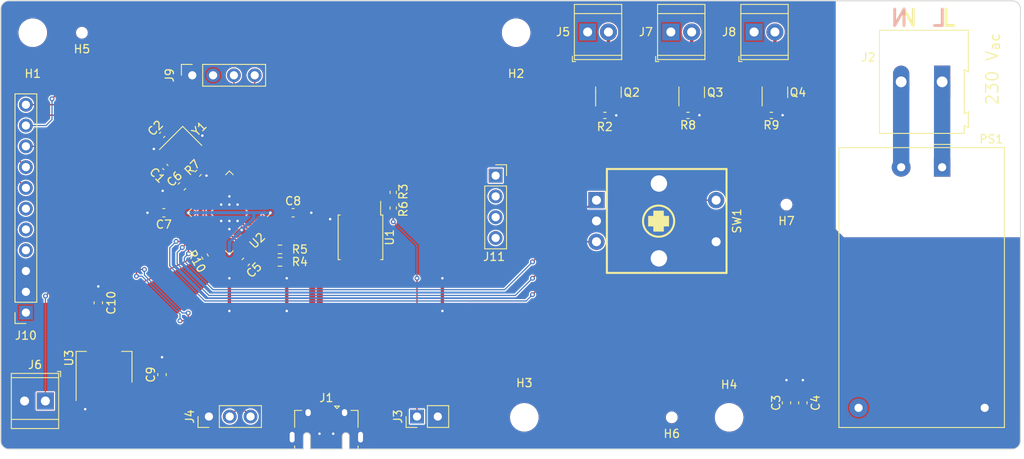
<source format=kicad_pcb>
(kicad_pcb (version 20221018) (generator pcbnew)
  (layers (0 "F.Cu" signal) (31 "B.Cu" signal) (34 "B.Paste" user) (35 "F.Paste" user) (36 "B.SilkS" user "B.Silkscreen") (37 "F.SilkS" user "F.Silkscreen") (38 "B.Mask" user) (39 "F.Mask" user) (44 "Edge.Cuts" user))
  (net 0 "")
  (net 1 "GND")
  (net 2 "Net-(U2-XIN)")
  (net 3 "Net-(C2-Pad2)")
  (net 4 "+5V")
  (net 5 "+1V1")
  (net 6 "+3V3")
  (net 8 "Net-(J2-Pin_2)")
  (net 9 "/tsense")
  (net 10 "Net-(J2-Pin_1)")
  (net 11 "/d_usb-")
  (net 12 "/d_usb+")
  (net 13 "Net-(J3-Pin_1)")
  (net 14 "/scl")
  (net 15 "/sda")
  (net 17 "/tft_sclk")
  (net 18 "/tft_mosi")
  (net 19 "/tft_rs")
  (net 20 "/tft_rst")
  (net 21 "/tft_cs")
  (net 24 "/flash_ss")
  (net 25 "Net-(J5-Pin_2)")
  (net 26 "/usb+")
  (net 27 "/usb-")
  (net 28 "/re_a")
  (net 29 "/re_b")
  (net 30 "/re_sw")
  (net 31 "Net-(U2-XOUT)")
  (net 40 "/flash_dio3")
  (net 41 "/flash_sclk")
  (net 42 "/flash_dio0")
  (net 43 "/flash_dio2")
  (net 44 "/flash_dio1")
  (net 46 "/swdio")
  (net 47 "/swdclk")
  (net 57 "Net-(J7-Pin_2)")
  (net 58 "Net-(J8-Pin_2)")
  (net 59 "/PWM_{3}")
  (net 60 "/PWM_{2}")
  (net 61 "/PWM_{1}")
  (footprint "Connector_PinSocket_2.54mm:PinSocket_1x11_P2.54mm_Vertical" (layer "F.Cu") (at 41.16 76.2 180)
    (fp_text reference "J10")
    (fp_text value "TFT" hide)
  )
  (footprint "MountingHole:MountingHole_3.2mm_M3" (layer "F.Cu") (at 102 89)
    (fp_text reference "H3")
    (fp_text value "M3" hide)
  )
  (footprint "Connector_PinHeader_2.54mm:PinHeader_1x02_P2.54mm_Vertical" (layer "F.Cu") (at 88.9 88.9 90)
    (fp_text reference "J3")
    (fp_text value "bootsel" hide)
  )
  (footprint "Resistor_SMD:R_0402_1005Metric" (layer "F.Cu") (at 86 61.51 -90)
    (fp_text reference "R3")
    (fp_text value "47k" hide)
  )
  (footprint "TerminalBlock_TE-Connectivity:TerminalBlock_TE_282834-2_1x02_P2.54mm_Horizontal" (layer "F.Cu") (at 119.888 41.91)
    (fp_text reference "J7")
    (fp_text value "+pwm3-" hide)
  )
  (footprint "MountingHole:MountingHole_3.2mm_M3" (layer "F.Cu") (at 101 42)
    (fp_text reference "H2")
    (fp_text value "M3" hide)
  )
  (footprint "Resistor_SMD:R_0402_1005Metric" (layer "F.Cu") (at 121.985 52.1)
    (fp_text reference "R8")
    (fp_text value "47k" hide)
  )
  (footprint "Capacitor_SMD:C_0603_1608Metric" (layer "F.Cu") (at 58 64 180)
    (fp_text reference "C7")
    (fp_text value "22u" hide)
  )
  (footprint "Resistor_SMD:R_0603_1608Metric" (layer "F.Cu") (at 72.175 68.475 180)
    (fp_text reference "R5")
    (fp_text value "27" hide)
  )
  (footprint "Capacitor_SMD:C_0603_1608Metric" (layer "F.Cu") (at 73.775 64)
    (fp_text reference "C8")
    (fp_text value "22u" hide)
  )
  (footprint "Converter_ACDC:Converter_ACDC_HiLink_HLK-PMxx" (layer "F.Cu") (at 153 58.4375 -90)
    (fp_text reference "PS1")
    (fp_text value "HLK-PM01" hide)
  )
  (footprint "Connector_PinSocket_2.54mm:PinSocket_1x04_P2.54mm_Vertical" (layer "F.Cu") (at 98.5 59.46)
    (fp_text reference "J11")
    (fp_text value "SDCard" hide)
  )
  (footprint "Barbecue:ToolingHole" (layer "F.Cu") (at 134 63)
    (fp_text reference "H7")
    (fp_text value "Tooling" hide)
  )
  (footprint "Package_TO_SOT_SMD:SOT-23" (layer "F.Cu") (at 132.588 49.276 90)
    (fp_text reference "Q4")
    (fp_text value "AO3400A" hide)
  )
  (footprint "TerminalBlock_TE-Connectivity:TerminalBlock_TE_282834-2_1x02_P2.54mm_Horizontal" (layer "F.Cu") (at 130.048 41.91)
    (fp_text reference "J8")
    (fp_text value "+pwm3-" hide)
  )
  (footprint "Capacitor_SMD:C_0603_1608Metric" (layer "F.Cu") (at 134 87.225 90)
    (fp_text reference "C3")
    (fp_text value "22u" hide)
  )
  (footprint "Capacitor_SMD:C_0402_1005Metric" (layer "F.Cu") (at 57.789411 54.485589 45)
    (fp_text reference "C2")
    (fp_text value "30p" hide)
  )
  (footprint "Capacitor_SMD:C_0603_1608Metric" (layer "F.Cu") (at 68 70 -135)
    (fp_text reference "C5")
    (fp_text value "22u" hide)
  )
  (footprint "Package_TO_SOT_SMD:SOT-23" (layer "F.Cu") (at 112.268 49.276 90)
    (fp_text reference "Q2")
    (fp_text value "AO3400A" hide)
  )
  (footprint "Capacitor_SMD:C_0603_1608Metric" (layer "F.Cu") (at 57.775 83.775 90)
    (fp_text reference "C9")
    (fp_text value "22u" hide)
  )
  (footprint "TerminalBlock_TE-Connectivity:TerminalBlock_TE_282834-2_1x02_P2.54mm_Horizontal" (layer "F.Cu") (at 109.728 41.91)
    (fp_text reference "J5")
    (fp_text value "+pwm3-" hide)
  )
  (footprint "Resistor_SMD:R_0402_1005Metric" (layer "F.Cu") (at 63.025 69.35 120)
    (fp_text reference "R10")
    (fp_text value "10k" hide)
  )
  (footprint "Package_DFN_QFN:QFN-56-1EP_7x7mm_P0.4mm_EP3.2x3.2mm" (layer "F.Cu") (at 66 64 -135)
    (fp_text reference "U2")
    (fp_text value "RP2040" hide)
  )
  (footprint "Resistor_SMD:R_0402_1005Metric" (layer "F.Cu") (at 62.185624 59.164376 -135)
    (fp_text reference "R7")
    (fp_text value "1k" hide)
  )
  (footprint "Capacitor_SMD:C_0603_1608Metric" (layer "F.Cu") (at 60.201992 60.773008 -135)
    (fp_text reference "C6")
    (fp_text value "22u" hide)
  )
  (footprint "Barbecue:USB_Micro-AB_Molex_47590-0001" (layer "F.Cu") (at 77.835 91.42)
    (fp_text reference "J1")
    (fp_text value " 47590-0001 " hide)
    (fp_line (start -5.1 1.45) (end -2.8 1.45) (stroke (width 0.1)) (layer "Edge.Cuts"))
    (fp_line (start -2.8 1.45) (end -2.8 -0.125) (stroke (width 0.1)) (layer "Edge.Cuts"))
    (fp_line (start -1.95 -0.125) (end -1.95 1.45) (stroke (width 0.1)) (layer "Edge.Cuts"))
    (fp_line (start -1.95 1.45) (end 1.95 1.45) (stroke (width 0.1)) (layer "Edge.Cuts"))
    (fp_line (start 1.95 1.45) (end 1.95 -0.125) (stroke (width 0.1)) (layer "Edge.Cuts"))
    (fp_line (start 2.8 -0.125) (end 2.8 1.45) (stroke (width 0.1)) (layer "Edge.Cuts"))
    (fp_line (start 2.8 1.45) (end 5.1 1.45) (stroke (width 0.1)) (layer "Edge.Cuts"))
    (fp_arc (start -2.8 -0.125) (mid -2.375 -0.55) (end -1.95 -0.125) (stroke (width 0.1)) (layer "Edge.Cuts"))
    (fp_arc (start 1.95 -0.125) (mid 2.375 -0.55) (end 2.8 -0.125) (stroke (width 0.1)) (layer "Edge.Cuts"))
  )
  (footprint "Resistor_SMD:R_0603_1608Metric" (layer "F.Cu") (at 72.175 70 180)
    (fp_text reference "R4")
    (fp_text value "27" hide)
  )
  (footprint "Barbecue:ToolingHole" (layer "F.Cu") (at 48 42)
    (fp_text reference "H5")
    (fp_text value "Tooling" hide)
  )
  (footprint "MountingHole:MountingHole_3.2mm_M3" (layer "F.Cu") (at 42 42)
    (fp_text reference "H1")
    (fp_text value "M3" hide)
  )
  (footprint "Crystal:Crystal_SMD_3225-4Pin_3.2x2.5mm" (layer "F.Cu") (at 60.051777 56.021142 -135)
    (fp_text reference "Y1")
    (fp_text value "X322512MSB4SI" hide)
  )
  (footprint "TerminalBlock_TE-Connectivity:TerminalBlock_TE_282834-2_1x02_P2.54mm_Horizontal" (layer "F.Cu") (at 43.54 87 180)
    (fp_text reference "J6")
    (fp_text value "R_{ntc}" hide)
  )
  (footprint "Resistor_SMD:R_0402_1005Metric" (layer "F.Cu") (at 111.835 52.1)
    (fp_text reference "R2")
    (fp_text value "47k" hide)
  )
  (footprint "MountingHole:MountingHole_3.2mm_M3" (layer "F.Cu") (at 127 89)
    (fp_text reference "H4")
    (fp_text value "M3" hide)
  )
  (footprint "Package_SO:SOIC-8_5.23x5.23mm_P1.27mm" (layer "F.Cu") (at 82 67 -90)
    (fp_text reference "U1")
    (fp_text value "W25Q128JVS" hide)
  )
  (footprint "Capacitor_SMD:C_0402_1005Metric" (layer "F.Cu") (at 58.185589 58.410589 -45)
    (fp_text reference "C1")
    (fp_text value "30p" hide)
  )
  (footprint "Connector_PinHeader_2.54mm:PinHeader_1x03_P2.54mm_Vertical" (layer "F.Cu") (at 63.5 88.9 90)
    (fp_text reference "J4")
    (fp_text value "gnd clk swd" hide)
  )
  (footprint "Package_TO_SOT_SMD:SOT-223-3_TabPin2" (layer "F.Cu") (at 50.7 82.85 90)
    (fp_text reference "U3")
    (fp_text value "AMS1117-3.3" hide)
  )
  (footprint "Barbecue:EN11-HSM1AF15" (layer "F.Cu") (at 118.428 65 -90)
    (fp_text reference "SW1")
    (fp_text value "EN11-HSM1AF15" hide)
  )
  (footprint "Resistor_SMD:R_0402_1005Metric" (layer "F.Cu") (at 86 63.425 90)
    (fp_text reference "R6")
    (fp_text value "1k" hide)
  )
  (footprint "Capacitor_SMD:C_0603_1608Metric" (layer "F.Cu") (at 136 87.225 90)
    (fp_text reference "C4")
    (fp_text value "22u" hide)
  )
  (footprint "Capacitor_SMD:C_0603_1608Metric" (layer "F.Cu") (at 50 75 90)
    (fp_text reference "C10")
    (fp_text value "22u" hide)
  )
  (footprint "Barbecue:ToolingHole" (layer "F.Cu") (at 120 89)
    (fp_text reference "H6")
    (fp_text value "Tooling" hide)
  )
  (footprint "Package_TO_SOT_SMD:SOT-23" (layer "F.Cu") (at 122.428 49.276 90)
    (fp_text reference "Q3")
    (fp_text value "AO3400A" hide)
  )
  (footprint "Connector_PinSocket_2.54mm:PinSocket_1x04_P2.54mm_Vertical" (layer "F.Cu") (at 61.47 47.2 90)
    (fp_text reference "J9")
    (fp_text value "OLED" hide)
  )
  (footprint "Resistor_SMD:R_0402_1005Metric" (layer "F.Cu") (at 132.16 52.1)
    (fp_text reference "R9")
    (fp_text value "47k" hide)
  )
  (footprint "TerminalBlock:TerminalBlock_Altech_AK300-2_P5.00mm" (layer "F.Cu") (at 148 48)
    (fp_text reference "J2")
    (fp_text value "Screw_Terminal_01x02" hide)
  )
  (gr_line (start 82.935 92.87) (end 161.549999 92.869999) (stroke (width 0.1)) (layer "Edge.Cuts"))
  (gr_line (start 162.559999 39.100001) (end 162.549999 91.869999) (stroke (width 0.1)) (layer "Edge.Cuts"))
  (gr_line (start 38.100001 91.869999) (end 38.1 39.1) (stroke (width 0.1)) (layer "Edge.Cuts"))
  (gr_arc (start 162.549999 91.869999) (mid 162.257106 92.577106) (end 161.549999 92.869999) (stroke (width 0.1)) (layer "Edge.Cuts"))
  (gr_arc (start 39.100001 92.869999) (mid 38.392894 92.577106) (end 38.100001 91.869999) (stroke (width 0.1)) (layer "Edge.Cuts"))
  (gr_arc (start 38.1 39.1) (mid 38.392893 38.392893) (end 39.1 38.1) (stroke (width 0.1)) (layer "Edge.Cuts"))
  (gr_line (start 39.1 38.1) (end 161.559999 38.100001) (stroke (width 0.1)) (layer "Edge.Cuts"))
  (gr_line (start 72.735 92.87) (end 39.100001 92.869999) (stroke (width 0.1)) (layer "Edge.Cuts"))
  (gr_arc (start 161.559999 38.100001) (mid 162.267106 38.392894) (end 162.559999 39.100001) (stroke (width 0.1)) (layer "Edge.Cuts"))
  (gr_text "L  N" (at 153.725 41.375) (layer "B.SilkS") (effects (font (size 2 2) (thickness 0.35) bold) (justify left bottom mirror)))
  (gr_text "N  L" (at 147.625 41.375) (layer "F.SilkS") (effects (font (size 2 2) (thickness 0.35) bold) (justify left bottom)))
  (gr_text "230 V_{ac}" (at 160 51 90) (layer "F.SilkS") (effects (font (size 1.5 1.5)) (justify left bottom)))
  (segment (start 48.4 88) (end 48.4 86) (width 0.4) (layer "F.Cu") (net 1))
  (segment (start 56.777081 57.002081) (end 56.777081 56.197919) (width 0.15) (layer "F.Cu") (net 1))
  (segment (start 76.535 88.745) (end 75.935 88.745) (width 0.4) (layer "F.Cu") (net 1))
  (segment (start 50 74.225) (end 50 73) (width 0.4) (layer "F.Cu") (net 1))
  (segment (start 66 76) (end 66 72) (width 0.4) (layer "F.Cu") (net 1))
  (segment (start 63.201287 59.787074) (end 64.276427 60.862214) (width 0.2) (layer "F.Cu") (net 1))
  (segment (start 123.378 52.072) (end 123.375 52.075) (width 0.4) (layer "F.Cu") (net 1))
  (segment (start 57.853984 61.321016) (end 59.653984 61.321016) (width 0.2) (layer "F.Cu") (net 1))
  (segment (start 67.451992 70.548008) (end 66 72) (width 0.2) (layer "F.Cu") (net 1))
  (segment (start 57.775 81.65) (end 57.775 83) (width 0.4) (layer "F.Cu") (net 1))
  (segment (start 57.846178 58.071178) (end 56.777081 57.002081) (width 0.15) (layer "F.Cu") (net 1))
  (segment (start 134 86.45) (end 134 84.45) (width 0.4) (layer "F.Cu") (net 1))
  (segment (start 136 86.45) (end 136 84.45) (width 0.4) (layer "F.Cu") (net 1))
  (segment (start 57.45 64) (end 56 64) (width 0.4) (layer "F.Cu") (net 1))
  (segment (start 122.495 52.1) (end 123.35 52.1) (width 0.4) (layer "F.Cu") (net 1))
  (segment (start 80.095 63.4) (end 79.15 63.4) (width 0.2) (layer "F.Cu") (net 1))
  (segment (start 75.935 88.745) (end 75.61 88.42) (width 0.4) (layer "F.Cu") (net 1))
  (segment (start 79.15 63.4) (end 78.3 64.25) (width 0.2) (layer "F.Cu") (net 1))
  (segment (start 56.777081 56.197919) (end 56.777081 55.497919) (width 0.15) (layer "F.Cu") (net 1))
  (segment (start 113.218 50.2135) (end 113.218 52.093) (width 0.4) (layer "F.Cu") (net 1))
  (segment (start 133.5 52.1) (end 133.525 52.075) (width 0.4) (layer "F.Cu") (net 1))
  (segment (start 56.777081 55.497919) (end 57.45 54.825) (width 0.15) (layer "F.Cu") (net 1))
  (segment (start 112.345 52.1) (end 113.225 52.1) (width 0.4) (layer "F.Cu") (net 1))
  (segment (start 132.67 52.1) (end 133.5 52.1) (width 0.4) (layer "F.Cu") (net 1))
  (segment (start 56.777081 56.197919) (end 58.672919 56.197919) (width 0.15) (layer "F.Cu") (net 1))
  (segment (start 123.378 50.2135) (end 123.378 52.072) (width 0.4) (layer "F.Cu") (net 1))
  (segment (start 63.201287 59.462876) (end 63.201287 59.787074) (width 0.2) (layer "F.Cu") (net 1))
  (segment (start 133.538 52.062) (end 133.525 52.075) (width 0.4) (layer "F.Cu") (net 1))
  (segment (start 123.35 52.1) (end 123.375 52.075) (width 0.4) (layer "F.Cu") (net 1))
  (segment (start 92 76) (end 92 72) (width 0.4) (layer "F.Cu") (net 1))
  (segment (start 73 72) (end 73 76) (width 0.4) (layer "F.Cu") (net 1))
  (segment (start 113.218 52.093) (end 113.225 52.1) (width 0.4) (layer "F.Cu") (net 1))
  (segment (start 133.538 50.2135) (end 133.538 52.062) (width 0.4) (layer "F.Cu") (net 1))
  (segment (start 74.55 64) (end 76 64) (width 0.4) (layer "F.Cu") (net 1))
  (segment (start 78.3 64.25) (end 78.3 64.775) (width 0.2) (layer "F.Cu") (net 1))
  (segment (start 61.430635 55.844365) (end 62.7 54.575) (width 0.2) (layer "F.Cu") (net 1))
  (via (at 66 65) (size 0.6) (drill 0.3) (layers "F.Cu" "B.Cu") (net 1))
  (via (at 57.853984 61.321016) (size 0.6) (drill 0.3) (layers "F.Cu" "B.Cu") (net 1))
  (via (at 136 84.45) (size 0.6) (drill 0.3) (layers "F.Cu" "B.Cu") (net 1))
  (via (at 66 66) (size 0.6) (drill 0.3) (layers "F.Cu" "B.Cu") (net 1))
  (via (at 113.225 52.1) (size 0.6) (drill 0.3) (layers "F.Cu" "B.Cu") (net 1))
  (via (at 123.375 52.075) (size 0.6) (drill 0.3) (layers "F.Cu" "B.Cu") (net 1))
  (via (at 134 84.45) (size 0.6) (drill 0.3) (layers "F.Cu" "B.Cu") (net 1))
  (via (at 56 64) (size 0.6) (drill 0.3) (layers "F.Cu" "B.Cu") (net 1))
  (via (at 76 64) (size 0.6) (drill 0.3) (layers "F.Cu" "B.Cu") (net 1))
  (via (at 67 63) (size 0.6) (drill 0.3) (layers "F.Cu" "B.Cu") (net 1))
  (via (at 62.7 54.575) (size 0.6) (drill 0.3) (layers "F.Cu" "B.Cu") (net 1))
  (via (at 66 72) (size 0.6) (drill 0.3) (layers "F.Cu" "B.Cu") (net 1))
  (via (at 92 76) (size 0.6) (drill 0.3) (layers "F.Cu" "B.Cu") (net 1))
  (via (at 73 72) (size 0.6) (drill 0.3) (layers "F.Cu" "B.Cu") (net 1))
  (via (at 65 63) (size 0.6) (drill 0.3) (layers "F.Cu" "B.Cu") (net 1))
  (via (at 66 63) (size 0.6) (drill 0.3) (layers "F.Cu" "B.Cu") (net 1))
  (via (at 92 72) (size 0.6) (drill 0.3) (layers "F.Cu" "B.Cu") (net 1))
  (via (at 77 91) (size 0.6) (drill 0.3) (layers "F.Cu" "B.Cu") (net 1))
  (via (at 73 76) (size 0.6) (drill 0.3) (layers "F.Cu" "B.Cu") (net 1))
  (via (at 57.775 81.65) (size 0.6) (drill 0.3) (layers "F.Cu" "B.Cu") (net 1))
  (via (at 56.777081 56.197919) (size 0.6) (drill 0.3) (layers "F.Cu" "B.Cu") (net 1))
  (via (at 66 62) (size 0.6) (drill 0.3) (layers "F.Cu" "B.Cu") (net 1))
  (via (at 66 76) (size 0.6) (drill 0.3) (layers "F.Cu" "B.Cu") (net 1))
  (via (at 50 73) (size 0.6) (drill 0.3) (layers "F.Cu" "B.Cu") (net 1))
  (via (at 48.4 88) (size 0.6) (drill 0.3) (layers "F.Cu" "B.Cu") (net 1))
  (via (at 65 65) (size 0.6) (drill 0.3) (layers "F.Cu" "B.Cu") (net 1))
  (via (at 67 65) (size 0.6) (drill 0.3) (layers "F.Cu" "B.Cu") (net 1))
  (via (at 78.675 91) (size 0.6) (drill 0.3) (layers "F.Cu" "B.Cu") (net 1))
  (via (at 78.3 64.775) (size 0.6) (drill 0.3) (layers "F.Cu" "B.Cu") (net 1))
  (via (at 63.201287 59.462876) (size 0.6) (drill 0.3) (layers "F.Cu" "B.Cu") (net 1))
  (via (at 133.525 52.075) (size 0.6) (drill 0.3) (layers "F.Cu" "B.Cu") (net 1))
  (segment (start 62.725 59.682539) (end 62.725 59.876471) (width 0.15) (layer "F.Cu") (net 2))
  (segment (start 62.725 59.876471) (end 63.993585 61.145056) (width 0.15) (layer "F.Cu") (net 2))
  (segment (start 61.692461 58.65) (end 62.725 59.682539) (width 0.15) (layer "F.Cu") (net 2))
  (segment (start 58.525 58.75) (end 59.875 57.4) (width 0.15) (layer "F.Cu") (net 2))
  (segment (start 59.875 57.4) (end 61.125 58.65) (width 0.15) (layer "F.Cu") (net 2))
  (segment (start 61.125 58.65) (end 61.692461 58.65) (width 0.15) (layer "F.Cu") (net 2))
  (segment (start 58.15034 54.146178) (end 59.4375 55.433338) (width 0.15) (layer "F.Cu") (net 3))
  (segment (start 62.546248 58.803752) (end 62.05 58.307504) (width 0.15) (layer "F.Cu") (net 3))
  (segment (start 58.128822 54.146178) (end 58.15034 54.146178) (width 0.15) (layer "F.Cu") (net 3))
  (segment (start 59.4375 55.433338) (end 59.4375 55.4375) (width 0.15) (layer "F.Cu") (net 3))
  (segment (start 60.228554 54.642284) (end 59.4375 55.433338) (width 0.15) (layer "F.Cu") (net 3))
  (segment (start 62.05 58.307504) (end 62.05 58.05) (width 0.15) (layer "F.Cu") (net 3))
  (segment (start 62.05 58.05) (end 59.4375 55.4375) (width 0.15) (layer "F.Cu") (net 3))
  (segment (start 62.975 64.35) (end 62.975 63.625) (width 0.2) (layer "F.Cu") (net 5))
  (segment (start 61.675 61.15) (end 60.75 60.225) (width 0.2) (layer "F.Cu") (net 5))
  (segment (start 63.725 62.875) (end 63.725 62.573529) (width 0.2) (layer "F.Cu") (net 5))
  (segment (start 62.975 63.625) (end 63.725 62.875) (width 0.2) (layer "F.Cu") (net 5))
  (segment (start 66.831371 67.376956) (end 66.826956 67.376956) (width 0.2) (layer "F.Cu") (net 5))
  (segment (start 63.725 62.573529) (end 63.145056 61.993585) (width 0.2) (layer "F.Cu") (net 5))
  (segment (start 67.377818 65.4) (end 66.113909 66.663909) (width 0.2) (layer "F.Cu") (net 5))
  (segment (start 68.548008 69.093593) (end 68.548008 69.451992) (width 0.2) (layer "F.Cu") (net 5))
  (segment (start 63.145056 61.993585) (end 62.301471 61.15) (width 0.2) (layer "F.Cu") (net 5))
  (segment (start 62.301471 61.15) (end 61.675 61.15) (width 0.2) (layer "F.Cu") (net 5))
  (segment (start 66.831371 67.376956) (end 67.157887 67.703472) (width 0.2) (layer "F.Cu") (net 5))
  (segment (start 68.572101 66.289258) (end 67.682843 65.4) (width 0.2) (layer "F.Cu") (net 5))
  (segment (start 67.682843 65.4) (end 67.377818 65.4) (width 0.2) (layer "F.Cu") (net 5))
  (segment (start 66.826956 67.376956) (end 66.113909 66.663909) (width 0.2) (layer "F.Cu") (net 5))
  (segment (start 66.15 66.65) (end 65.275 66.65) (width 0.2) (layer "F.Cu") (net 5))
  (segment (start 67.157887 67.703472) (end 68.548008 69.093593) (width 0.2) (layer "F.Cu") (net 5))
  (segment (start 65.275 66.65) (end 62.975 64.35) (width 0.2) (layer "F.Cu") (net 5))
  (segment (start 67.5 66.1) (end 67.817157 66.1) (width 0.15) (layer "F.Cu") (net 6))
  (segment (start 67.5 66.348529) (end 68.006415 66.854944) (width 0.15) (layer "F.Cu") (net 6))
  (segment (start 73 64) (end 71 64) (width 0.4) (layer "F.Cu") (net 6))
  (segment (start 50.7 86) (end 50.7 79.7) (width 1) (layer "F.Cu") (net 6))
  (segment (start 67.817157 66.1) (end 68.289258 66.572101) (width 0.15) (layer "F.Cu") (net 6))
  (segment (start 67.5 66.1) (end 67.5 66.348529) (width 0.15) (layer "F.Cu") (net 6))
  (segment (start 59 64) (end 61 64) (width 0.4) (layer "F.Cu") (net 6))
  (via (at 61 64) (size 0.6) (drill 0.3) (layers "F.Cu" "B.Cu") (net 6))
  (via (at 66 69) (size 0.6) (drill 0.3) (layers "F.Cu" "B.Cu") (net 6))
  (via (at 67.5 66.1) (size 0.6) (drill 0.3) (layers "F.Cu" "B.Cu") (net 6))
  (via (at 71 64) (size 0.6) (drill 0.3) (layers "F.Cu" "B.Cu") (net 6))
  (segment (start 66 69) (end 66 67.6) (width 0.4) (layer "B.Cu") (net 6))
  (segment (start 61 64) (end 68.975 64) (width 0.4) (layer "B.Cu") (net 6))
  (segment (start 68.975 64.625) (end 67.5 66.1) (width 0.4) (layer "B.Cu") (net 6))
  (segment (start 68.975 64) (end 68.975 64.625) (width 0.4) (layer "B.Cu") (net 6))
  (segment (start 68.975 64) (end 71 64) (width 0.4) (layer "B.Cu") (net 6))
  (segment (start 66 67.6) (end 67.5 66.1) (width 0.4) (layer "B.Cu") (net 6))
  (segment (start 153 48) (end 153 58.4375) (width 2) (layer "B.Cu") (net 8))
  (segment (start 64.761269 68.35) (end 62.77 68.908327) (width 0.15) (layer "F.Cu") (net 9))
  (segment (start 43.55 74.175) (end 45.25 72.475) (width 0.15) (layer "F.Cu") (net 9))
  (segment (start 65.124955 67.986314) (end 64.761269 68.35) (width 0.15) (layer "F.Cu") (net 9))
  (segment (start 55.45 72.475) (end 62.77 68.908327) (width 0.15) (layer "F.Cu") (net 9))
  (segment (start 45.25 72.475) (end 55.45 72.475) (width 0.15) (layer "F.Cu") (net 9))
  (via (at 43.55 74.175) (size 0.6) (drill 0.3) (layers "F.Cu" "B.Cu") (net 9))
  (segment (start 43.54 74.185) (end 43.55 74.175) (width 0.15) (layer "B.Cu") (net 9))
  (segment (start 43.54 87) (end 43.54 74.185) (width 0.15) (layer "B.Cu") (net 9))
  (segment (start 148 48) (end 148 58.4375) (width 2) (layer "B.Cu") (net 10))
  (segment (start 77.025 71.7625) (end 77.025 85.552208) (width 0.75) (layer "F.Cu") (net 11))
  (segment (start 78.485 88.745) (end 78.485 87.415) (width 0.4) (layer "F.Cu") (net 11))
  (segment (start 73 68.475) (end 73.7375 68.475) (width 0.75) (layer "F.Cu") (net 11))
  (segment (start 73.7375 68.475) (end 77.025 71.7625) (width 0.75) (layer "F.Cu") (net 11))
  (segment (start 78.5 87.027208) (end 78.5 87.4) (width 0.75) (layer "F.Cu") (net 11))
  (segment (start 77.025 85.552208) (end 78.5 87.027208) (width 0.75) (layer "F.Cu") (net 11))
  (segment (start 73 70) (end 73.989708 70) (width 0.75) (layer "F.Cu") (net 12))
  (segment (start 77.835 87.760305) (end 77.6 87.525305) (width 0.4) (layer "F.Cu") (net 12))
  (segment (start 76.125 85.925) (end 77.6 87.4) (width 0.75) (layer "F.Cu") (net 12))
  (segment (start 76.125 72.135292) (end 76.125 85.925) (width 0.75) (layer "F.Cu") (net 12))
  (segment (start 73.989708 70) (end 76.125 72.135292) (width 0.75) (layer "F.Cu") (net 12))
  (segment (start 77.835 88.745) (end 77.835 87.760305) (width 0.4) (layer "F.Cu") (net 12))
  (segment (start 86 63.935) (end 86 65.1) (width 0.15) (layer "F.Cu") (net 13))
  (segment (start 88.9 72) (end 88.9 88.9) (width 0.15) (layer "F.Cu") (net 13))
  (via (at 88.9 72) (size 0.6) (drill 0.3) (layers "F.Cu" "B.Cu") (net 13))
  (via (at 86 65.1) (size 0.6) (drill 0.3) (layers "F.Cu" "B.Cu") (net 13))
  (segment (start 86 65.1) (end 88.9 68) (width 0.15) (layer "B.Cu") (net 13))
  (segment (start 88.9 68) (end 88.9 72) (width 0.15) (layer "B.Cu") (net 13))
  (segment (start 67.5 49.625) (end 66.55 48.675) (width 0.15) (layer "F.Cu") (net 14))
  (segment (start 69.25 52.925) (end 67.5 51.175) (width 0.15) (layer "F.Cu") (net 14))
  (segment (start 67.5 51.175) (end 67.5 49.625) (width 0.15) (layer "F.Cu") (net 14))
  (segment (start 68.006415 61.145056) (end 69.25 59.901471) (width 0.15) (layer "F.Cu") (net 14))
  (segment (start 66.55 48.675) (end 66.55 47.2) (width 0.15) (layer "F.Cu") (net 14))
  (segment (start 69.25 59.901471) (end 69.25 52.925) (width 0.15) (layer "F.Cu") (net 14))
  (segment (start 69.8 59.917157) (end 69.8 52.55) (width 0.15) (layer "F.Cu") (net 15))
  (segment (start 68.15 50.9) (end 68.15 49.625) (width 0.15) (layer "F.Cu") (net 15))
  (segment (start 68.15 49.625) (end 69.09 48.685) (width 0.15) (layer "F.Cu") (net 15))
  (segment (start 69.8 52.55) (end 68.15 50.9) (width 0.15) (layer "F.Cu") (net 15))
  (segment (start 68.289258 61.427899) (end 69.8 59.917157) (width 0.15) (layer "F.Cu") (net 15))
  (segment (start 69.09 48.685) (end 69.09 47.2) (width 0.15) (layer "F.Cu") (net 15))
  (segment (start 39.4 59.225) (end 41.135 60.96) (width 0.15) (layer "F.Cu") (net 17))
  (segment (start 39.4 52.8) (end 39.4 59.225) (width 0.15) (layer "F.Cu") (net 17))
  (segment (start 67.65 59.238731) (end 67.65 54.275) (width 0.15) (layer "F.Cu") (net 17))
  (segment (start 40.125 52.075) (end 39.4 52.8) (width 0.15) (layer "F.Cu") (net 17))
  (segment (start 41.135 60.96) (end 41.16 60.96) (width 0.15) (layer "F.Cu") (net 17))
  (segment (start 63.75 50.375) (end 46.975 50.375) (width 0.15) (layer "F.Cu") (net 17))
  (segment (start 46.975 50.375) (end 45.275 52.075) (width 0.15) (layer "F.Cu") (net 17))
  (segment (start 45.275 52.075) (end 40.125 52.075) (width 0.15) (layer "F.Cu") (net 17))
  (segment (start 67.65 54.275) (end 63.75 50.375) (width 0.15) (layer "F.Cu") (net 17))
  (segment (start 66.875045 60.013686) (end 67.65 59.238731) (width 0.15) (layer "F.Cu") (net 17))
  (segment (start 67.1 54.625) (end 63.4 50.925) (width 0.15) (layer "F.Cu") (net 18))
  (segment (start 67.1 59.223045) (end 67.1 54.625) (width 0.15) (layer "F.Cu") (net 18))
  (segment (start 39.925 55.175) (end 39.925 57.185) (width 0.15) (layer "F.Cu") (net 18))
  (segment (start 43.675 54.575) (end 40.525 54.575) (width 0.15) (layer "F.Cu") (net 18))
  (segment (start 63.4 50.925) (end 47.325 50.925) (width 0.15) (layer "F.Cu") (net 18))
  (segment (start 39.925 57.185) (end 41.16 58.42) (width 0.15) (layer "F.Cu") (net 18))
  (segment (start 47.325 50.925) (end 43.675 54.575) (width 0.15) (layer "F.Cu") (net 18))
  (segment (start 66.592202 59.730843) (end 67.1 59.223045) (width 0.15) (layer "F.Cu") (net 18))
  (segment (start 40.525 54.575) (end 39.925 55.175) (width 0.15) (layer "F.Cu") (net 18))
  (segment (start 66.5 54.925) (end 63.025 51.45) (width 0.15) (layer "F.Cu") (net 19))
  (segment (start 64.25 59.25) (end 66.5 57) (width 0.15) (layer "F.Cu") (net 19))
  (segment (start 66.5 57) (end 66.5 54.925) (width 0.15) (layer "F.Cu") (net 19))
  (segment (start 47.75 51.45) (end 43.32 55.88) (width 0.15) (layer "F.Cu") (net 19))
  (segment (start 43.32 55.88) (end 41.16 55.88) (width 0.15) (layer "F.Cu") (net 19))
  (segment (start 64.842113 60.296528) (end 64.25 59.704415) (width 0.15) (layer "F.Cu") (net 19))
  (segment (start 63.025 51.45) (end 47.75 51.45) (width 0.15) (layer "F.Cu") (net 19))
  (segment (start 64.25 59.704415) (end 64.25 59.25) (width 0.15) (layer "F.Cu") (net 19))
  (segment (start 68.675 53.5125) (end 68.675 59.345101) (width 0.15) (layer "F.Cu") (net 20))
  (segment (start 64.3875 49.225) (end 68.675 53.5125) (width 0.15) (layer "F.Cu") (net 20))
  (segment (start 45.2 49.225) (end 64.3875 49.225) (width 0.15) (layer "F.Cu") (net 20))
  (segment (start 68.675 59.345101) (end 67.44073 60.579371) (width 0.15) (layer "F.Cu") (net 20))
  (segment (start 44.35 50.075) (end 45.2 49.225) (width 0.15) (layer "F.Cu") (net 20))
  (via (at 44.35 50.075) (size 0.6) (drill 0.3) (layers "F.Cu" "B.Cu") (net 20))
  (segment (start 43.61 53.34) (end 41.16 53.34) (width 0.15) (layer "B.Cu") (net 20))
  (segment (start 44.35 50.075) (end 44.35 52.6) (width 0.15) (layer "B.Cu") (net 20))
  (segment (start 44.35 52.6) (end 43.61 53.34) (width 0.15) (layer "B.Cu") (net 20))
  (segment (start 46.4 49.8) (end 45.4 50.8) (width 0.15) (layer "F.Cu") (net 21))
  (segment (start 68.175 59.279415) (end 68.175 53.95) (width 0.15) (layer "F.Cu") (net 21))
  (segment (start 67.157887 60.296528) (end 68.175 59.279415) (width 0.15) (layer "F.Cu") (net 21))
  (segment (start 45.4 50.8) (end 41.16 50.8) (width 0.15) (layer "F.Cu") (net 21))
  (segment (start 68.175 53.95) (end 64.025 49.8) (width 0.15) (layer "F.Cu") (net 21))
  (segment (start 64.025 49.8) (end 46.4 49.8) (width 0.15) (layer "F.Cu") (net 21))
  (segment (start 76 65.025) (end 79.275 61.75) (width 0.15) (layer "F.Cu") (net 24))
  (segment (start 70.701955 65.025) (end 76 65.025) (width 0.15) (layer "F.Cu") (net 24))
  (segment (start 83.9 61.75) (end 84.925 61.75) (width 0.15) (layer "F.Cu") (net 24))
  (segment (start 84.925 61.75) (end 85.2 62.025) (width 0.15) (layer "F.Cu") (net 24))
  (segment (start 79.275 61.75) (end 83.525 61.75) (width 0.15) (layer "F.Cu") (net 24))
  (segment (start 83.525 61.75) (end 83.9 61.75) (width 0.15) (layer "F.Cu") (net 24))
  (segment (start 86 62.02) (end 86 62.915) (width 0.15) (layer "F.Cu") (net 24))
  (segment (start 83.905 63.4) (end 83.905 61.755) (width 0.15) (layer "F.Cu") (net 24))
  (segment (start 83.905 61.755) (end 83.9 61.75) (width 0.15) (layer "F.Cu") (net 24))
  (segment (start 85.2 62.025) (end 85.995 62.025) (width 0.15) (layer "F.Cu") (net 24))
  (segment (start 85.995 62.025) (end 86 62.02) (width 0.15) (layer "F.Cu") (net 24))
  (segment (start 70.269157 64.592202) (end 70.701955 65.025) (width 0.15) (layer "F.Cu") (net 24))
  (segment (start 112.268 41.91) (end 112.268 48.3385) (width 0.4) (layer "F.Cu") (net 25))
  (segment (start 67.723573 67.137786) (end 68.05009 67.464303) (width 0.2) (layer "F.Cu") (net 26))
  (segment (start 68.05009 67.464303) (end 71.914303 67.464303) (width 0.2) (layer "F.Cu") (net 26))
  (segment (start 72.175 69.175) (end 71.35 70) (width 0.2) (layer "F.Cu") (net 26))
  (segment (start 71.914303 67.464303) (end 72.175 67.725) (width 0.2) (layer "F.Cu") (net 26))
  (segment (start 72.175 67.725) (end 72.175 69.175) (width 0.2) (layer "F.Cu") (net 26))
  (segment (start 67.44073 67.420629) (end 67.870101 67.85) (width 0.2) (layer "F.Cu") (net 27))
  (segment (start 67.870101 67.85) (end 69.55 67.85) (width 0.2) (layer "F.Cu") (net 27))
  (segment (start 70.175 68.475) (end 71.35 68.475) (width 0.2) (layer "F.Cu") (net 27))
  (segment (start 69.55 67.85) (end 70.175 68.475) (width 0.2) (layer "F.Cu") (net 27))
  (segment (start 103 70) (end 110.54 62.46) (width 0.15) (layer "F.Cu") (net 28))
  (segment (start 63.993585 66.854944) (end 62.648529 68.2) (width 0.15) (layer "F.Cu") (net 28))
  (segment (start 110.54 62.46) (end 110.808 62.46) (width 0.15) (layer "F.Cu") (net 28))
  (segment (start 62.648529 68.2) (end 61.375 68.2) (width 0.15) (layer "F.Cu") (net 28))
  (segment (start 61.375 68.2) (end 61 68.575) (width 0.15) (layer "F.Cu") (net 28))
  (segment (start 61 68.575) (end 61 69) (width 0.15) (layer "F.Cu") (net 28))
  (via (at 103 70) (size 0.6) (drill 0.3) (layers "F.Cu" "B.Cu") (net 28))
  (via (at 61 69) (size 0.6) (drill 0.3) (layers "F.Cu" "B.Cu") (net 28))
  (segment (start 99.6 73.4) (end 103 70) (width 0.15) (layer "B.Cu") (net 28))
  (segment (start 64 73.4) (end 99.6 73.4) (width 0.15) (layer "B.Cu") (net 28))
  (segment (start 60.5 69.9) (end 64 73.4) (width 0.15) (layer "B.Cu") (net 28))
  (segment (start 61 69) (end 60.5 69.5) (width 0.15) (layer "B.Cu") (net 28))
  (segment (start 60.5 69.5) (end 60.5 69.9) (width 0.15) (layer "B.Cu") (net 28))
  (segment (start 60.6 67.9) (end 60.25 68.25) (width 0.15) (layer "F.Cu") (net 29))
  (segment (start 62.382843 67.9) (end 60.6 67.9) (width 0.15) (layer "F.Cu") (net 29))
  (segment (start 63.710742 66.572101) (end 62.382843 67.9) (width 0.15) (layer "F.Cu") (net 29))
  (segment (start 107.46 67.54) (end 110.808 67.54) (width 0.15) (layer "F.Cu") (net 29))
  (segment (start 103 72) (end 107.46 67.54) (width 0.15) (layer "F.Cu") (net 29))
  (via (at 60.25 68.25) (size 0.6) (drill 0.3) (layers "F.Cu" "B.Cu") (net 29))
  (via (at 103 72) (size 0.6) (drill 0.3) (layers "F.Cu" "B.Cu") (net 29))
  (segment (start 100.9 74.1) (end 103 72) (width 0.15) (layer "B.Cu") (net 29))
  (segment (start 59.625 70.225) (end 63.5 74.1) (width 0.15) (layer "B.Cu") (net 29))
  (segment (start 59.625 68.875) (end 59.625 70.225) (width 0.15) (layer "B.Cu") (net 29))
  (segment (start 60.25 68.25) (end 59.625 68.875) (width 0.15) (layer "B.Cu") (net 29))
  (segment (start 63.5 74.1) (end 100.9 74.1) (width 0.15) (layer "B.Cu") (net 29))
  (segment (start 121.54 62.46) (end 125.413 62.46) (width 0.15) (layer "F.Cu") (net 30))
  (segment (start 103 74) (end 107 70) (width 0.15) (layer "F.Cu") (net 30))
  (segment (start 62.217157 67.5) (end 59.5 67.5) (width 0.15) (layer "F.Cu") (net 30))
  (segment (start 114 70) (end 121.54 62.46) (width 0.15) (layer "F.Cu") (net 30))
  (segment (start 63.427899 66.289258) (end 62.217157 67.5) (width 0.15) (layer "F.Cu") (net 30))
  (segment (start 107 70) (end 114 70) (width 0.15) (layer "F.Cu") (net 30))
  (via (at 59.5 67.5) (size 0.6) (drill 0.3) (layers "F.Cu" "B.Cu") (net 30))
  (via (at 103 74) (size 0.6) (drill 0.3) (layers "F.Cu" "B.Cu") (net 30))
  (segment (start 59.5 67.5) (end 58.725 68.275) (width 0.15) (layer "B.Cu") (net 30))
  (segment (start 63 74.775) (end 102.225 74.775) (width 0.15) (layer "B.Cu") (net 30))
  (segment (start 58.725 68.275) (end 58.725 70.5) (width 0.15) (layer "B.Cu") (net 30))
  (segment (start 102.225 74.775) (end 103 74) (width 0.15) (layer "B.Cu") (net 30))
  (segment (start 58.725 70.5) (end 63 74.775) (width 0.15) (layer "B.Cu") (net 30))
  (segment (start 63.702899 61.427899) (end 61.825 59.55) (width 0.15) (layer "F.Cu") (net 31))
  (segment (start 82.635 71.965) (end 82.635 70.6) (width 0.15) (layer "F.Cu") (net 40))
  (segment (start 69.698529 66.85) (end 73.775 66.85) (width 0.15) (layer "F.Cu") (net 40))
  (segment (start 68.854944 66.006415) (end 69.698529 66.85) (width 0.15) (layer "F.Cu") (net 40))
  (segment (start 82.125 72.475) (end 82.635 71.965) (width 0.15) (layer "F.Cu") (net 40))
  (segment (start 79.4 72.475) (end 82.125 72.475) (width 0.15) (layer "F.Cu") (net 40))
  (segment (start 73.775 66.85) (end 79.4 72.475) (width 0.15) (layer "F.Cu") (net 40))
  (segment (start 69.889213 66.475) (end 74.05 66.475) (width 0.15) (layer "F.Cu") (net 41))
  (segment (start 79.575 72) (end 80.975 72) (width 0.15) (layer "F.Cu") (net 41))
  (segment (start 74.05 66.475) (end 79.575 72) (width 0.15) (layer "F.Cu") (net 41))
  (segment (start 81.365 71.61) (end 81.365 70.6) (width 0.15) (layer "F.Cu") (net 41))
  (segment (start 69.137786 65.723573) (end 69.889213 66.475) (width 0.15) (layer "F.Cu") (net 41))
  (segment (start 80.975 72) (end 81.365 71.61) (width 0.15) (layer "F.Cu") (net 41))
  (segment (start 69.420629 65.44073) (end 70.104899 66.125) (width 0.15) (layer "F.Cu") (net 42))
  (segment (start 80.095 67.495) (end 80.095 70.6) (width 0.15) (layer "F.Cu") (net 42))
  (segment (start 70.104899 66.125) (end 78.725 66.125) (width 0.15) (layer "F.Cu") (net 42))
  (segment (start 78.725 66.125) (end 80.095 67.495) (width 0.15) (layer "F.Cu") (net 42))
  (segment (start 69.703472 65.157887) (end 70.295585 65.75) (width 0.15) (layer "F.Cu") (net 43))
  (segment (start 70.295585 65.75) (end 80.425 65.75) (width 0.15) (layer "F.Cu") (net 43))
  (segment (start 80.425 65.75) (end 81.365 64.81) (width 0.15) (layer "F.Cu") (net 43))
  (segment (start 81.365 64.81) (end 81.365 63.4) (width 0.15) (layer "F.Cu") (net 43))
  (segment (start 70.486269 65.375) (end 76.275 65.375) (width 0.15) (layer "F.Cu") (net 44))
  (segment (start 82.635 62.36) (end 82.635 63.4) (width 0.15) (layer "F.Cu") (net 44))
  (segment (start 69.986314 64.875045) (end 70.486269 65.375) (width 0.15) (layer "F.Cu") (net 44))
  (segment (start 76.275 65.375) (end 79.475 62.175) (width 0.15) (layer "F.Cu") (net 44))
  (segment (start 79.475 62.175) (end 82.45 62.175) (width 0.15) (layer "F.Cu") (net 44))
  (segment (start 82.45 62.175) (end 82.635 62.36) (width 0.15) (layer "F.Cu") (net 44))
  (segment (start 54.2 70.187867) (end 54.2 63.612134) (width 0.15) (layer "F.Cu") (net 46))
  (segment (start 54.937134 62.875) (end 60.374264 62.875) (width 0.15) (layer "F.Cu") (net 46))
  (segment (start 60.374264 62.875) (end 61.124264 62.125) (width 0.15) (layer "F.Cu") (net 46))
  (segment (start 61.124264 62.125) (end 62.145101 62.125) (width 0.15) (layer "F.Cu") (net 46))
  (segment (start 67.460001 87.780001) (end 68.58 88.9) (width 0.15) (layer "F.Cu") (net 46))
  (segment (start 54.2 63.612134) (end 54.937134 62.875) (width 0.15) (layer "F.Cu") (net 46))
  (segment (start 60.975 76.962867) (end 67.460001 83.447868) (width 0.15) (layer "F.Cu") (net 46))
  (segment (start 60.975 76.25) (end 60.975 76.962867) (width 0.15) (layer "F.Cu") (net 46))
  (segment (start 55.625 70.925) (end 54.937133 70.925) (width 0.15) (layer "F.Cu") (net 46))
  (segment (start 54.937133 70.925) (end 54.2 70.187867) (width 0.15) (layer "F.Cu") (net 46))
  (segment (start 62.145101 62.125) (end 62.579371 62.55927) (width 0.15) (layer "F.Cu") (net 46))
  (segment (start 67.460001 83.447868) (end 67.460001 87.780001) (width 0.15) (layer "F.Cu") (net 46))
  (via (at 60.975 76.25) (size 0.6) (drill 0.3) (layers "F.Cu" "B.Cu") (net 46))
  (via (at 55.625 70.925) (size 0.6) (drill 0.3) (layers "F.Cu" "B.Cu") (net 46))
  (segment (start 60.975 76.25) (end 60.262133 76.25) (width 0.15) (layer "B.Cu") (net 46))
  (segment (start 60.262133 76.25) (end 55.625 71.612867) (width 0.15) (layer "B.Cu") (net 46))
  (segment (start 55.625 71.612867) (end 55.625 70.925) (width 0.15) (layer "B.Cu") (net 46))
  (segment (start 67.159999 83.572132) (end 67.159999 87.780001) (width 0.15) (layer "F.Cu") (net 47))
  (segment (start 54.65 71.75) (end 54.65 71.062133) (width 0.15) (layer "F.Cu") (net 47))
  (segment (start 67.159999 87.780001) (end 66.04 88.9) (width 0.15) (layer "F.Cu") (net 47))
  (segment (start 61 61.825) (end 62.410787 61.825) (width 0.15) (layer "F.Cu") (net 47))
  (segment (start 54.912866 62.475) (end 60.35 62.475) (width 0.15) (layer "F.Cu") (net 47))
  (segment (start 53.9 63.487866) (end 54.912866 62.475) (width 0.15) (layer "F.Cu") (net 47))
  (segment (start 60.787867 77.2) (end 67.159999 83.572132) (width 0.15) (layer "F.Cu") (net 47))
  (segment (start 53.9 70.312133) (end 53.9 63.487866) (width 0.15) (layer "F.Cu") (net 47))
  (segment (start 59.975 77.2) (end 60.787867 77.2) (width 0.15) (layer "F.Cu") (net 47))
  (segment (start 60.35 62.475) (end 61 61.825) (width 0.15) (layer "F.Cu") (net 47))
  (segment (start 62.410787 61.825) (end 62.862214 62.276427) (width 0.15) (layer "F.Cu") (net 47))
  (segment (start 54.65 71.062133) (end 53.9 70.312133) (width 0.15) (layer "F.Cu") (net 47))
  (via (at 54.65 71.75) (size 0.6) (drill 0.3) (layers "F.Cu" "B.Cu") (net 47))
  (via (at 59.975 77.2) (size 0.6) (drill 0.3) (layers "F.Cu" "B.Cu") (net 47))
  (segment (start 59.975 76.387133) (end 55.337867 71.75) (width 0.15) (layer "B.Cu") (net 47))
  (segment (start 55.337867 71.75) (end 54.65 71.75) (width 0.15) (layer "B.Cu") (net 47))
  (segment (start 59.975 77.2) (end 59.975 76.387133) (width 0.15) (layer "B.Cu") (net 47))
  (segment (start 122.428 41.91) (end 122.428 48.3385) (width 0.4) (layer "F.Cu") (net 57))
  (segment (start 132.588 41.91) (end 132.588 48.3385) (width 0.4) (layer "F.Cu") (net 58))
  (segment (start 109.455 55.845) (end 111.318 53.982) (width 0.15) (layer "F.Cu") (net 59))
  (segment (start 68.854944 61.993585) (end 75.003529 55.845) (width 0.15) (layer "F.Cu") (net 59))
  (segment (start 111.318 53.982) (end 111.318 50.2135) (width 0.15) (layer "F.Cu") (net 59))
  (segment (start 75.003529 55.845) (end 109.455 55.845) (width 0.15) (layer "F.Cu") (net 59))
  (segment (start 75.534899 56.445) (end 119.055 56.445) (width 0.15) (layer "F.Cu") (net 60))
  (segment (start 119.055 56.445) (end 121.478 54.022) (width 0.15) (layer "F.Cu") (net 60))
  (segment (start 69.420629 62.55927) (end 75.534899 56.445) (width 0.15) (layer "F.Cu") (net 60))
  (segment (start 121.478 54.022) (end 121.478 50.2135) (width 0.15) (layer "F.Cu") (net 60))
  (segment (start 128.555 57.045) (end 131.638 53.962) (width 0.15) (layer "F.Cu") (net 61))
  (segment (start 69.986314 63.124955) (end 76.066269 57.045) (width 0.15) (layer "F.Cu") (net 61))
  (segment (start 131.638 53.962) (end 131.638 50.2135) (width 0.15) (layer "F.Cu") (net 61))
  (segment (start 76.066269 57.045) (end 128.555 57.045) (width 0.15) (layer "F.Cu") (net 61))
  (zone (net 6) (net_name "+3V3") (layer "F.Cu") (name "+3V3") (priority 2) (connect_pads yes (clearance 0)) (min_thickness 0.1) (fill yes (thermal_gap 0.508) (thermal_bridge_width 0.508))
    (polygon (pts (xy 66 58.225) (xy 71.775 64) (xy 66 69.775) (xy 60.225 64)))
  )
  (zone (net 4) (net_name "+5V") (layer "F.Cu") (name "+5V") (priority 4) (connect_pads yes (clearance 0)) (min_thickness 0.254) (fill yes (thermal_gap 0.5) (thermal_bridge_width 1) (island_removal_mode 2) (island_area_min 10))
    (polygon (pts (xy 51.85 84) (xy 59 84) (xy 60 85) (xy 60 90) (xy 61 91) (xy 71 91) (xy 72 89) (xy 84 89) (xy 85 91) (xy 94 91) (xy 94 93) (xy 51.85 93)))
  )
  (zone (net 4) (net_name "+5V") (layer "F.Cu") (name "+5V") (priority 1) (connect_pads yes (clearance 0)) (min_thickness 0.254) (fill yes (thermal_gap 0.508) (thermal_bridge_width 0.508) (island_removal_mode 2) (island_area_min 10))
    (polygon (pts (xy 163 93) (xy 163 67) (xy 141 67) (xy 140 66) (xy 140 38) (xy 107 38) (xy 107 45.2) (xy 107.4 45.6) (xy 135.6 45.599951) (xy 136.220563 46.2) (xy 136.246711 56.4) (xy 135.6 57) (xy 130 57) (xy 129 58) (xy 129 74) (xy 128 75) (xy 95 75) (xy 94 76) (xy 94 93)))
  )
  (zone (net 6) (net_name "+3V3") (layer "F.Cu") (name "+3V3") (priority 5) (connect_pads yes (clearance 0)) (min_thickness 0.1) (fill yes (thermal_gap 0.5) (thermal_bridge_width 1) (island_removal_mode 2) (island_area_min 10))
    (polygon (pts (xy 72 64) (xy 70 64) (xy 76 58) (xy 92 58) (xy 93 59) (xy 93 70) (xy 91 72) (xy 83.25 72) (xy 83.25 69) (xy 82 69) (xy 82 68) (xy 82 66) (xy 83 65) (xy 87 65) (xy 87 61) (xy 79 61) (xy 76 64)))
  )
  (zone (net 6) (net_name "+3V3") (layer "F.Cu") (name "+3V3") (priority 3) (connect_pads yes (clearance 0)) (min_thickness 0.1) (fill yes (thermal_gap 0.508) (thermal_bridge_width 0.508))
    (polygon (pts (xy 38 75) (xy 38 38) (xy 105 38) (xy 105 53) (xy 104 54) (xy 74 54) (xy 73 53) (xy 73 50) (xy 72 49) (xy 40 49) (xy 40 75) (xy 51 75) (xy 66.725 67.625) (xy 67.55 68.45) (xy 55 81) (xy 55 84) (xy 54 84) (xy 51.85 84) (xy 51.85 93) (xy 38 93)))
  )
  (zone (net 0) (net_name "") (layers F&B.Cu) (name "Mains") (connect_pads (clearance 0)) (min_thickness 0.254)
    (keepout (tracks allowed) (vias allowed) (pads allowed) (copperpour not_allowed) (footprints allowed))
    (fill (thermal_gap 0.508) (thermal_bridge_width 0.508) (island_removal_mode 2) (island_area_min 10))
    (polygon (pts (xy 140 38) (xy 140 66) (xy 141 67) (xy 163 67) (xy 163 38)))
  )
  (zone (net 1) (net_name "GND") (layer "B.Cu") (connect_pads yes (clearance 0)) (min_thickness 0.1) (fill yes (thermal_gap 0.5) (thermal_bridge_width 1) (island_removal_mode 2) (island_area_min 10))
    (polygon (pts (xy 162.56 38.1) (xy 38.1 38.1) (xy 38.1 92.87) (xy 162.55 92.87)))
  )
)
</source>
